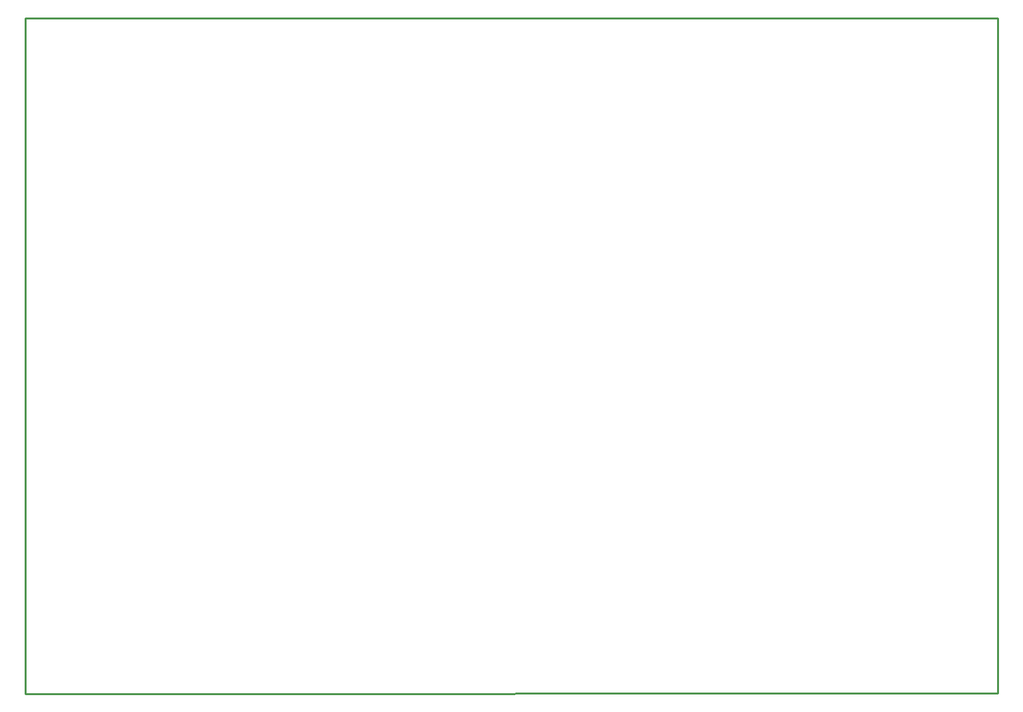
<source format=gko>
G04 Layer: BoardOutlineLayer*
G04 EasyEDA v6.5.39, 2024-09-29 20:51:04*
G04 9dd5da30d42b491596d51ff902fabefb,51e75598fcfa43b1b8b7fc2dab888f2e,10*
G04 Gerber Generator version 0.2*
G04 Scale: 100 percent, Rotated: No, Reflected: No *
G04 Dimensions in millimeters *
G04 leading zeros omitted , absolute positions ,4 integer and 5 decimal *
%FSLAX45Y45*%
%MOMM*%

%ADD10C,0.2540*%
D10*
X1016000Y10414000D02*
G01*
X13716000Y10414000D01*
X13716000Y1600200D01*
X1016000Y1587500D01*
X1016000Y10414000D01*

%LPD*%
M02*

</source>
